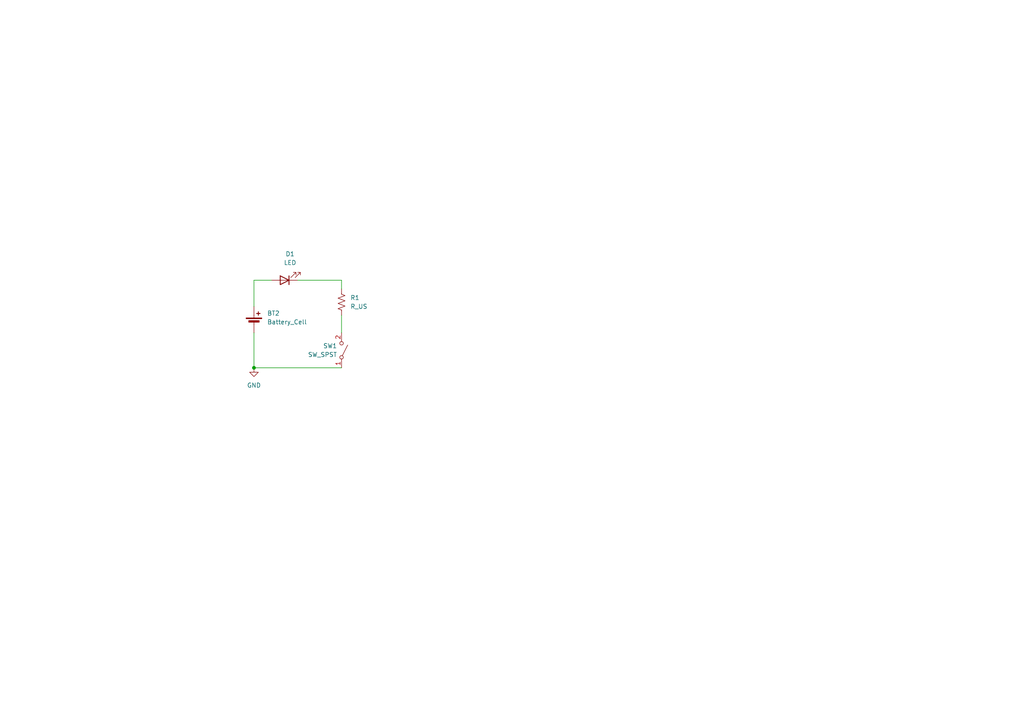
<source format=kicad_sch>
(kicad_sch (version 20230121) (generator eeschema)
  (paper "A4")
  (lib_symbols
    (symbol "Device:Battery_Cell" (pin_numbers hide) (pin_names (offset 0) hide)
      (property "Reference" "BT" (at 2.54 2.54 0))
      (property "Value" "Battery_Cell" (at 2.54 0 0))
      (symbol "Battery_Cell_0_1"
        (rectangle (start -2.286 1.778) (end 2.286 1.524) (fill (type outline)))
        (rectangle (start -1.524 1.016) (end 1.524 0.508) (fill (type outline)))
        (polyline (pts (xy 0 0.762) (xy 0 0)))
        (polyline (pts (xy 0 1.778) (xy 0 2.54)))
        (polyline (pts (xy 0.762 3.048) (xy 1.778 3.048)) (stroke (width 0.254)))
        (polyline (pts (xy 1.27 3.556) (xy 1.27 2.54)) (stroke (width 0.254)))
      )
      (symbol "Battery_Cell_1_1"
        (pin passive line (at 0 5.08 270) (length 2.54) (name "+") (number "1"))
        (pin passive line (at 0 -2.54 90) (length 2.54) (name "-") (number "2"))
      )
    )
    (symbol "Device:LED" (pin_numbers hide) (pin_names (offset 1.016) hide)
      (property "Reference" "D" (at 0 2.54 0))
      (property "Value" "LED" (at 0 -2.54 0))
      (symbol "LED_0_1"
        (polyline (pts (xy -1.27 -1.27) (xy -1.27 1.27)) (stroke (width 0.254)))
        (polyline (pts (xy -1.27 0) (xy 1.27 0)))
        (polyline (pts (xy 1.27 -1.27) (xy 1.27 1.27) (xy -1.27 0) (xy 1.27 -1.27)) (stroke (width 0.254)))
        (polyline (pts (xy -3.048 -0.762) (xy -4.572 -2.286) (xy -3.81 -2.286) (xy -4.572 -2.286) (xy -4.572 -1.524)))
        (polyline (pts (xy -1.778 -0.762) (xy -3.302 -2.286) (xy -2.54 -2.286) (xy -3.302 -2.286) (xy -3.302 -1.524)))
      )
      (symbol "LED_1_1"
        (pin passive line (at -3.81 0 0) (length 2.54) (name "K") (number "1"))
        (pin passive line (at 3.81 0 180) (length 2.54) (name "A") (number "2"))
      )
    )
    (symbol "Device:R_US" (pin_numbers hide) (pin_names (offset 0))
      (property "Reference" "R" (at 2.54 0 90))
      (property "Value" "R_US" (at -2.54 0 90))
      (symbol "R_US_0_1"
        (polyline (pts (xy 0 -2.286) (xy 0 -2.54)))
        (polyline (pts (xy 0 2.286) (xy 0 2.54)))
        (polyline (pts (xy 0 -0.762) (xy 1.016 -1.143) (xy 0 -1.524) (xy -1.016 -1.905) (xy 0 -2.286)))
        (polyline (pts (xy 0 0.762) (xy 1.016 0.381) (xy 0 0) (xy -1.016 -0.381) (xy 0 -0.762)))
        (polyline (pts (xy 0 2.286) (xy 1.016 1.905) (xy 0 1.524) (xy -1.016 1.143) (xy 0 0.762)))
      )
      (symbol "R_US_1_1"
        (pin passive line (at 0 3.81 270) (length 1.27) (name "~") (number "1"))
        (pin passive line (at 0 -3.81 90) (length 1.27) (name "~") (number "2"))
      )
    )
    (symbol "Switch:SW_SPST" (pin_names (offset 0) hide)
      (property "Reference" "SW" (at 0 3.175 0))
      (property "Value" "SW_SPST" (at 0 -2.54 0))
      (symbol "SW_SPST_0_0"
        (circle (center -2.032 0) (radius 0.508))
        (polyline (pts (xy -1.524 0.254) (xy 1.524 1.778)))
        (circle (center 2.032 0) (radius 0.508))
      )
      (symbol "SW_SPST_1_1"
        (pin passive line (at -5.08 0 0) (length 2.54) (name "A") (number "1"))
        (pin passive line (at 5.08 0 180) (length 2.54) (name "B") (number "2"))
      )
    )
    (symbol "power:GND" (power) (pin_names (offset 0))
      (property "Value" "GND" (at 0 -3.81 0))
      (symbol "GND_0_1"
        (polyline (pts (xy 0 0) (xy 0 -1.27) (xy 1.27 -1.27) (xy 0 -2.54) (xy -1.27 -1.27) (xy 0 -1.27)))
      )
      (symbol "GND_1_1"
        (pin power_in line (at 0 0 270) (length 0) hide (name "GND") (number "1"))
      )
    )
  )
  (junction (at 73.66 106.68))
  (wire (pts (xy 73.66 88.9) (xy 73.66 81.28)))
  (wire (pts (xy 73.66 81.28) (xy 78.74 81.28)))
  (wire (pts (xy 73.66 106.68) (xy 99.06 106.68)))
  (wire (pts (xy 86.36 81.28) (xy 99.06 81.28)))
  (wire (pts (xy 99.06 81.28) (xy 99.06 83.82)))
  (wire (pts (xy 99.06 91.44) (xy 99.06 96.52)))
  (wire (pts (xy 73.66 96.52) (xy 73.66 106.68)))
  (symbol (lib_id "Device:R_US") (at 99.06 87.63 0) (unit 1)
    (property "Reference" "R1" (at 101.6 86.36 0) (effects (justify left)))
    (property "Value" "R_US" (at 101.6 88.9 0) (effects (justify left)))
    (property "Footprint" "Resistor_SMD:R_2512_6332Metric" (effects hide))
  )
  (symbol (lib_id "power:GND") (at 73.66 106.68 0) (unit 1)
    (property "Reference" "#PWR01" (effects hide))
    (property "Value" "GND" (at 73.66 111.76 0))
  )
  (symbol (lib_id "Device:LED") (at 82.55 81.28 180) (unit 1)
    (property "Reference" "D1" (at 84.1375 73.66 0))
    (property "Value" "LED" (at 84.1375 76.2 0))
    (property "Footprint" "LED_SMD:LED_2512_6332Metric" (effects hide))
  )
  (symbol (lib_id "Device:Battery_Cell") (at 73.66 93.98 0) (unit 1)
    (property "Reference" "BT2" (at 77.47 90.8685 0) (effects (justify left)))
    (property "Value" "Battery_Cell" (at 77.47 93.4085 0) (effects (justify left)))
    (property "Footprint" "Battery:BatteryHolder_Keystone_103_1x20mm" (effects hide))
  )
  (symbol (lib_id "Switch:SW_SPST") (at 99.06 101.6 270) (mirror x) (unit 1)
    (property "Reference" "SW1" (at 97.79 100.33 90) (effects (justify right)))
    (property "Value" "SW_SPST" (at 97.79 102.87 90) (effects (justify right)))
    (property "Footprint" "Button_Switch_THT:SW_PUSH_6mm_H4.3mm" (effects hide))
  )
)
</source>
